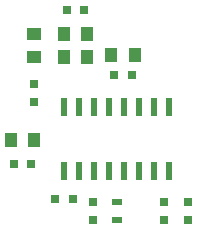
<source format=gtp>
%TF.GenerationSoftware,KiCad,Pcbnew,4.0.7*%
%TF.CreationDate,2018-10-01T17:52:14+02:00*%
%TF.ProjectId,RFID_BOARD_V3_EM4095,524649445F424F4152445F56335F454D,rev?*%
%TF.FileFunction,Paste,Top*%
%FSLAX46Y46*%
G04 Gerber Fmt 4.6, Leading zero omitted, Abs format (unit mm)*
G04 Created by KiCad (PCBNEW 4.0.7) date 2018 October 01, Monday 17:52:14*
%MOMM*%
%LPD*%
G01*
G04 APERTURE LIST*
%ADD10C,0.100000*%
%ADD11R,0.750000X0.800000*%
%ADD12R,0.600000X1.500000*%
%ADD13R,0.800000X0.750000*%
%ADD14R,1.250000X1.000000*%
%ADD15R,1.000000X1.250000*%
%ADD16R,0.900000X0.500000*%
G04 APERTURE END LIST*
D10*
D11*
X166000000Y-119250000D03*
X166000000Y-117750000D03*
X164000000Y-117750000D03*
X164000000Y-119250000D03*
X158000000Y-119250000D03*
X158000000Y-117750000D03*
D12*
X164445000Y-109700000D03*
X163175000Y-109700000D03*
X161905000Y-109700000D03*
X160635000Y-109700000D03*
X159365000Y-109700000D03*
X158095000Y-109700000D03*
X156825000Y-109700000D03*
X155555000Y-109700000D03*
X155555000Y-115100000D03*
X156825000Y-115100000D03*
X158095000Y-115100000D03*
X159365000Y-115100000D03*
X160635000Y-115100000D03*
X161905000Y-115100000D03*
X163175000Y-115100000D03*
X164445000Y-115100000D03*
D13*
X151250000Y-114500000D03*
X152750000Y-114500000D03*
X154750000Y-117500000D03*
X156250000Y-117500000D03*
D14*
X153000000Y-105500000D03*
X153000000Y-103500000D03*
D11*
X153000000Y-109250000D03*
X153000000Y-107750000D03*
D15*
X155500000Y-103500000D03*
X157500000Y-103500000D03*
X157500000Y-105500000D03*
X155500000Y-105500000D03*
D16*
X160000000Y-119250000D03*
X160000000Y-117750000D03*
D13*
X157250000Y-101500000D03*
X155750000Y-101500000D03*
X161250000Y-107000000D03*
X159750000Y-107000000D03*
D15*
X161500000Y-105300000D03*
X159500000Y-105300000D03*
X151000000Y-112500000D03*
X153000000Y-112500000D03*
M02*

</source>
